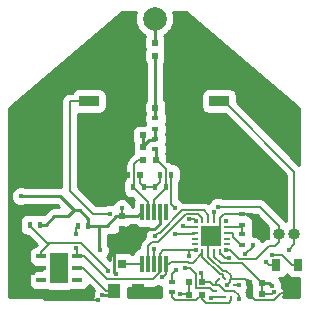
<source format=gtl>
G04 #@! TF.FileFunction,Copper,L1,Top,Signal*
%FSLAX46Y46*%
G04 Gerber Fmt 4.6, Leading zero omitted, Abs format (unit mm)*
G04 Created by KiCad (PCBNEW 4.0.6-e0-6349~52~ubuntu16.10.1) date Thu Nov 30 13:26:54 2017*
%MOMM*%
%LPD*%
G01*
G04 APERTURE LIST*
%ADD10C,0.100000*%
%ADD11C,0.400000*%
%ADD12R,1.700000X0.900000*%
%ADD13R,0.600000X0.500000*%
%ADD14R,0.500000X0.600000*%
%ADD15R,0.800000X0.800000*%
%ADD16R,0.400000X0.600000*%
%ADD17R,1.000000X1.250000*%
%ADD18R,1.000000X1.000000*%
%ADD19O,1.000000X1.000000*%
%ADD20R,0.600000X0.400000*%
%ADD21R,0.275000X0.250000*%
%ADD22R,0.250000X0.275000*%
%ADD23R,0.300000X0.300000*%
%ADD24R,0.250000X0.550000*%
%ADD25R,0.550000X0.250000*%
%ADD26R,1.700000X1.700000*%
%ADD27R,0.300000X1.400000*%
%ADD28R,1.600000X2.500000*%
%ADD29R,0.850000X0.450000*%
%ADD30R,0.800000X1.000000*%
%ADD31C,1.998980*%
%ADD32C,0.152400*%
%ADD33C,0.254000*%
G04 APERTURE END LIST*
D10*
D11*
X173730920Y-142849600D03*
X161239200Y-144114520D03*
X163586160Y-144515840D03*
X163692840Y-143723360D03*
X159151320Y-148920200D03*
X157241240Y-148884640D03*
X155569920Y-149011640D03*
X154421840Y-148945600D03*
X153756360Y-148879560D03*
X152948640Y-148813520D03*
X152933400Y-147924520D03*
X153040080Y-146893280D03*
X152974040Y-145851880D03*
X152974040Y-144973040D03*
X152999440Y-144297400D03*
X153080720Y-143276320D03*
X153141680Y-142402560D03*
X156215080Y-141665960D03*
X155569920Y-141894560D03*
X154721560Y-141919960D03*
X170637200Y-131104640D03*
X159476440Y-131064000D03*
X158384240Y-131282440D03*
X155920440Y-132207000D03*
X156179520Y-133253480D03*
X154792680Y-133065520D03*
X154696160Y-134030720D03*
X153365200Y-134071360D03*
X152953720Y-133471920D03*
X153497280Y-133009640D03*
X154137360Y-132369560D03*
X154980640Y-131673600D03*
X155788360Y-130886200D03*
X156631640Y-130164840D03*
X174340520Y-133537960D03*
X173918880Y-132003800D03*
X173537880Y-132765800D03*
X175646080Y-133334760D03*
X174518320Y-132669280D03*
X173156880Y-131826000D03*
X172272960Y-131267200D03*
X172272960Y-132643880D03*
X173197520Y-133537960D03*
X173959520Y-134249160D03*
X174858680Y-134112000D03*
X175630840Y-134071360D03*
X176545240Y-134086600D03*
X177073560Y-133649720D03*
X176408080Y-132913120D03*
X175498760Y-132232400D03*
X174706280Y-131526280D03*
X174000160Y-130845560D03*
X173319440Y-130261360D03*
X172613320Y-129702560D03*
X168351200Y-133131560D03*
X168539160Y-132247640D03*
X167777160Y-131485640D03*
X166908480Y-131292600D03*
X167558720Y-130383280D03*
X168407080Y-130601720D03*
X166959280Y-129509520D03*
X167248840Y-128737360D03*
X168351200Y-129468880D03*
X167954960Y-128163320D03*
X167259000Y-127589280D03*
X167711120Y-126679960D03*
X168158160Y-127345440D03*
X169372280Y-127985520D03*
X170337480Y-127741680D03*
X169641520Y-127238760D03*
X168772840Y-126542800D03*
X167980360Y-125821440D03*
X161681160Y-134030720D03*
X161406840Y-133197600D03*
X161437320Y-132354320D03*
X162209480Y-133156960D03*
X162387280Y-133868160D03*
X163271200Y-133852920D03*
X163068000Y-133024880D03*
X162443160Y-132344160D03*
X163382960Y-132135880D03*
X163245800Y-131363720D03*
X162412680Y-131363720D03*
X161284920Y-131541520D03*
X161218880Y-130901440D03*
X162199320Y-130449320D03*
X163230560Y-130464560D03*
X162864800Y-129509520D03*
X161544000Y-129606040D03*
X162509200Y-128625600D03*
X163520120Y-128651000D03*
X162199320Y-126583440D03*
X161665920Y-127005080D03*
X160604200Y-127045720D03*
X161381440Y-126420880D03*
X162199320Y-125775720D03*
X162509200Y-127563880D03*
X161447480Y-127929640D03*
X160644840Y-127929640D03*
X159476440Y-127848360D03*
X169621200Y-136631680D03*
X169636440Y-135122920D03*
X168529000Y-135178800D03*
X168539160Y-136418320D03*
X168422320Y-137855960D03*
X168163240Y-138912600D03*
X169204640Y-138673840D03*
X169763440Y-138008360D03*
X170347640Y-137307320D03*
X171023280Y-135859520D03*
X171368720Y-137759440D03*
X172283120Y-137083800D03*
X171383960Y-139125960D03*
X172750480Y-138485880D03*
X172689520Y-139639040D03*
X169956480Y-139329160D03*
X168386760Y-140040360D03*
X169931080Y-140395960D03*
X170408600Y-140340080D03*
X171226480Y-140421360D03*
X172085000Y-140614400D03*
X173126400Y-140670280D03*
X175193960Y-141361160D03*
X176062640Y-142123160D03*
X175849280Y-141493240D03*
X174198280Y-140431520D03*
X173959520Y-139435840D03*
X173995080Y-138318240D03*
X173629320Y-137058400D03*
X172227240Y-135559800D03*
X171724320Y-134894320D03*
X170632120Y-134172960D03*
X169529760Y-134051040D03*
X168087040Y-134147560D03*
X167162480Y-134787640D03*
X161076640Y-139954000D03*
X160741360Y-139034520D03*
X160167320Y-138272520D03*
X160065720Y-137464800D03*
X161076640Y-137363200D03*
X160751520Y-136337040D03*
X159903160Y-136164320D03*
X159852360Y-135361680D03*
X160934400Y-135188960D03*
X160990280Y-134091680D03*
X159679640Y-134193280D03*
X159070040Y-134686040D03*
X158907480Y-136210040D03*
X158897320Y-137175240D03*
X158897320Y-138247120D03*
X159938720Y-140685520D03*
X158983680Y-139745720D03*
X159506920Y-139440920D03*
X160045400Y-139994640D03*
X160599120Y-140721080D03*
X156306520Y-134228840D03*
X156616400Y-134874000D03*
X156667200Y-136296400D03*
X156596080Y-137485120D03*
X155900120Y-139186920D03*
X156438600Y-139578080D03*
X162560000Y-134589520D03*
X162219640Y-134995920D03*
X162209480Y-135427720D03*
X162214560Y-135859520D03*
X162173920Y-136342120D03*
X162549840Y-136662160D03*
X167340280Y-125547120D03*
X167223440Y-126070360D03*
X167055800Y-126593600D03*
X166811960Y-127005080D03*
X162722560Y-125476000D03*
X162803840Y-126060200D03*
X162981640Y-126583440D03*
X163261040Y-127025400D03*
X163647120Y-127386080D03*
X166441120Y-127330200D03*
X163245800Y-125430280D03*
X163296600Y-125958600D03*
X163413440Y-126441200D03*
X163733480Y-126913640D03*
X166801800Y-125603000D03*
X166771320Y-126105920D03*
X166613840Y-126517400D03*
X166349680Y-126888240D03*
X169768520Y-140898880D03*
X169387520Y-141107160D03*
X168889680Y-141112240D03*
X168376600Y-141102080D03*
X167838120Y-141051280D03*
X167365680Y-140782040D03*
X167340280Y-140329920D03*
X167380920Y-139877800D03*
X167411400Y-139461240D03*
X167426640Y-138988800D03*
X167396160Y-138511280D03*
X167360600Y-138033760D03*
X167345360Y-137591800D03*
X167248840Y-136992360D03*
X166791640Y-136682480D03*
X166309040Y-136758680D03*
X166232840Y-136286240D03*
X166187120Y-135895080D03*
X166171880Y-135376920D03*
X166217600Y-134838440D03*
X166329360Y-134335520D03*
X166817040Y-134269480D03*
X167203120Y-133939280D03*
X167386000Y-133456680D03*
X167289480Y-132963920D03*
X167152320Y-132506720D03*
X166720520Y-132257800D03*
X166222680Y-132349240D03*
X166217600Y-131881880D03*
X166222680Y-131434840D03*
X166217600Y-130967480D03*
X166055040Y-130484880D03*
X166049960Y-130017520D03*
X166055040Y-129570480D03*
X166049960Y-129103120D03*
X165999160Y-128620520D03*
X165994080Y-128153160D03*
X165999160Y-127706120D03*
X165994080Y-127238760D03*
X164119560Y-128569720D03*
X164114480Y-128102360D03*
X164119560Y-127655320D03*
X164114480Y-127187960D03*
X164084000Y-130408680D03*
X164078920Y-129941320D03*
X164084000Y-129494280D03*
X164078920Y-129026920D03*
X164023040Y-132283200D03*
X164017960Y-131815840D03*
X164023040Y-131368800D03*
X164017960Y-130901440D03*
X164002720Y-133207760D03*
X163997640Y-132740400D03*
X163997640Y-133654800D03*
X164002720Y-134122160D03*
X163794440Y-134553960D03*
X163332160Y-134589520D03*
X162976560Y-134874000D03*
X161970720Y-137779760D03*
X162443160Y-137967720D03*
X163017200Y-136306560D03*
X163052760Y-136763760D03*
X162976560Y-137215880D03*
X162605720Y-137505440D03*
X161782760Y-138242040D03*
X161599880Y-138744960D03*
X161620200Y-139263120D03*
X161813240Y-139740640D03*
X162356800Y-140202920D03*
X161853880Y-140218160D03*
X161869120Y-140771880D03*
D12*
X170500000Y-132700000D03*
X170500000Y-129300000D03*
D13*
X169100500Y-148018500D03*
X168000500Y-148018500D03*
X168000500Y-149098000D03*
X169100500Y-149098000D03*
X174137500Y-149034500D03*
X173037500Y-149034500D03*
X174159000Y-148082000D03*
X173059000Y-148082000D03*
D14*
X162306000Y-143573500D03*
X162306000Y-142473500D03*
X165064440Y-128889760D03*
X165064440Y-127789760D03*
D15*
X162306000Y-144907200D03*
X162306000Y-146507200D03*
D16*
X155384500Y-143192500D03*
X154484500Y-143192500D03*
X159448500Y-143256000D03*
X158548500Y-143256000D03*
D17*
X163623500Y-148780500D03*
X161623500Y-148780500D03*
D18*
X174345600Y-143967200D03*
D19*
X175615600Y-143967200D03*
X176885600Y-143967200D03*
D20*
X166497000Y-148913000D03*
X166497000Y-148013000D03*
X172466000Y-144007000D03*
X172466000Y-144907000D03*
X172466000Y-143192500D03*
X172466000Y-142292500D03*
D21*
X171768000Y-148776500D03*
X171768000Y-148276500D03*
D22*
X171505500Y-147751500D03*
X171005500Y-147751500D03*
X170505500Y-147751500D03*
D21*
X170243000Y-148276500D03*
X170243000Y-148776500D03*
D22*
X170505500Y-149301500D03*
X171005500Y-149301500D03*
X171505500Y-149301500D03*
D23*
X168585500Y-145363000D03*
D24*
X169100500Y-145448000D03*
X169600500Y-145448000D03*
X170100500Y-145448000D03*
X170600500Y-145448000D03*
D23*
X171115500Y-145363000D03*
D25*
X171200500Y-144348000D03*
X171200500Y-144848000D03*
X171200500Y-143848000D03*
X171200500Y-143348000D03*
D23*
X168585500Y-142833000D03*
D24*
X170600500Y-142748000D03*
X170100500Y-142748000D03*
X169600500Y-142748000D03*
X169100500Y-142748000D03*
D23*
X171115500Y-142833000D03*
D25*
X168500500Y-143348000D03*
X168500500Y-143848000D03*
X168500500Y-144348000D03*
X168500500Y-144848000D03*
D26*
X169850500Y-144098000D03*
D27*
X165973000Y-142094500D03*
X165473000Y-142094500D03*
X164973000Y-142094500D03*
X164473000Y-142094500D03*
X163973000Y-142094500D03*
X163973000Y-146494500D03*
X164473000Y-146494500D03*
X164973000Y-146494500D03*
X165473000Y-146494500D03*
X165973000Y-146494500D03*
D28*
X156948000Y-146859500D03*
D29*
X155448000Y-145859500D03*
X155448000Y-146859500D03*
X155448000Y-147859500D03*
X158448000Y-147859500D03*
X158448000Y-146859500D03*
X158448000Y-145859500D03*
D30*
X176276000Y-148964500D03*
X177226000Y-146564500D03*
X175326000Y-146564500D03*
D13*
X165098640Y-133271260D03*
X166198640Y-133271260D03*
X164065040Y-135620760D03*
X162965040Y-135620760D03*
X166278560Y-137728960D03*
X165178560Y-137728960D03*
D14*
X164073840Y-136594760D03*
X164073840Y-137694760D03*
D13*
X163836440Y-138993880D03*
X162736440Y-138993880D03*
D31*
X165049200Y-125730000D03*
D20*
X165115240Y-135072960D03*
X165115240Y-134172960D03*
X165115240Y-136807360D03*
X165115240Y-135907360D03*
D16*
X165997040Y-139989560D03*
X165097040Y-139989560D03*
X164145800Y-139984480D03*
X163245800Y-139984480D03*
X166433920Y-138943080D03*
X165533920Y-138943080D03*
D12*
X159486600Y-132700000D03*
X159486600Y-129300000D03*
D11*
X162377120Y-140766800D03*
X175016160Y-148341080D03*
X162260280Y-141777720D03*
X166786560Y-141767560D03*
X153695400Y-140766800D03*
X172161200Y-149504400D03*
X175158400Y-148894800D03*
X160629600Y-149098000D03*
X169011600Y-147269200D03*
X160629600Y-149098000D03*
X160426400Y-145338800D03*
X162062160Y-138963400D03*
X162867058Y-148720179D03*
X160274000Y-149555200D03*
X161747200Y-147370800D03*
X164642800Y-148844000D03*
X171196000Y-148272500D03*
X167195500Y-149034500D03*
X169862500Y-149352000D03*
X165707278Y-147616703D03*
X161109010Y-147066000D03*
X172160225Y-148276500D03*
X167989088Y-145819427D03*
X158432500Y-143954500D03*
X158432500Y-145161000D03*
X165035723Y-145209616D03*
X165060709Y-144152405D03*
X161239200Y-142240000D03*
X170408600Y-141655800D03*
X171348400Y-145999200D03*
X172720000Y-145694400D03*
X173380400Y-144932400D03*
X176428400Y-145288000D03*
X166878000Y-147002500D03*
X166814500Y-143954500D03*
X167617426Y-146863316D03*
X167449500Y-143319390D03*
X174966386Y-145708030D03*
X170053000Y-142084410D03*
X167957500Y-142684500D03*
X174498000Y-146367500D03*
D32*
X169552900Y-148018500D02*
X169100500Y-148018500D01*
X169695100Y-148018500D02*
X169552900Y-148018500D01*
X169953100Y-148276500D02*
X169695100Y-148018500D01*
X170243000Y-148276500D02*
X169953100Y-148276500D01*
D33*
X162306000Y-142473500D02*
X161802000Y-142473500D01*
X161802000Y-142473500D02*
X161019500Y-143256000D01*
X161019500Y-143256000D02*
X160375600Y-143256000D01*
X159448500Y-143256000D02*
X159448500Y-142702000D01*
X159448500Y-142702000D02*
X158717260Y-141970760D01*
X158717260Y-141970760D02*
X158263260Y-141970760D01*
X157059300Y-140766800D02*
X158263260Y-141970760D01*
X156547160Y-142483840D02*
X157750180Y-142483840D01*
X157750180Y-142483840D02*
X158263260Y-141970760D01*
X155384500Y-143192500D02*
X155838500Y-143192500D01*
X155838500Y-143192500D02*
X156547160Y-142483840D01*
X174159000Y-148082000D02*
X174757080Y-148082000D01*
X174757080Y-148082000D02*
X175016160Y-148341080D01*
D32*
X162260280Y-141777720D02*
X162260280Y-142427780D01*
X162260280Y-142427780D02*
X162306000Y-142473500D01*
X166433920Y-138943080D02*
X166433920Y-141414920D01*
X166433920Y-141414920D02*
X166786560Y-141767560D01*
D33*
X153695400Y-140766800D02*
X157059300Y-140766800D01*
X159448500Y-143156000D02*
X159448500Y-143256000D01*
D32*
X172161200Y-149504400D02*
X172161200Y-149169700D01*
X172161200Y-149169700D02*
X171768000Y-148776500D01*
X174137500Y-149034500D02*
X175018700Y-149034500D01*
X175018700Y-149034500D02*
X175158400Y-148894800D01*
X169100500Y-148018500D02*
X169100500Y-147358100D01*
X169100500Y-147358100D02*
X169011600Y-147269200D01*
D33*
X160629600Y-149098000D02*
X161306000Y-149098000D01*
X161306000Y-149098000D02*
X161623500Y-148780500D01*
X159448500Y-143256000D02*
X160375600Y-143256000D01*
X160375600Y-143256000D02*
X160375600Y-145288000D01*
X160375600Y-145288000D02*
X160426400Y-145338800D01*
X162306000Y-142473500D02*
X163594000Y-142473500D01*
X163594000Y-142473500D02*
X163973000Y-142094500D01*
X162306000Y-142523500D02*
X162306000Y-142473500D01*
D32*
X155384500Y-143192500D02*
X155736900Y-143192500D01*
X158448000Y-146859500D02*
X159025400Y-146859500D01*
X159025400Y-146859500D02*
X160946400Y-148780500D01*
X160946400Y-148780500D02*
X160971100Y-148780500D01*
X160971100Y-148780500D02*
X161623500Y-148780500D01*
X170243000Y-148276500D02*
X170532900Y-148276500D01*
X170532900Y-148276500D02*
X171032900Y-148776500D01*
X171032900Y-148776500D02*
X171478100Y-148776500D01*
X171478100Y-148776500D02*
X171768000Y-148776500D01*
X170243000Y-148276500D02*
X170243000Y-148014000D01*
X170243000Y-148014000D02*
X170505500Y-147751500D01*
D33*
X169150500Y-148018500D02*
X169100500Y-148018500D01*
D32*
X172454813Y-146427813D02*
X174109000Y-148082000D01*
X170100500Y-145875400D02*
X170652913Y-146427813D01*
X170652913Y-146427813D02*
X172454813Y-146427813D01*
X170100500Y-145448000D02*
X170100500Y-145875400D01*
X174109000Y-148082000D02*
X174159000Y-148082000D01*
X174159000Y-148082000D02*
X174159000Y-149013000D01*
X174159000Y-149013000D02*
X174137500Y-149034500D01*
X162736440Y-138993880D02*
X162092640Y-138993880D01*
X162092640Y-138993880D02*
X162062160Y-138963400D01*
X170742600Y-129057400D02*
X170500000Y-129300000D01*
X174345600Y-143967200D02*
X174345600Y-143314800D01*
X174345600Y-143314800D02*
X173323300Y-142292500D01*
X173323300Y-142292500D02*
X172918400Y-142292500D01*
X172918400Y-142292500D02*
X172466000Y-142292500D01*
D33*
X162867058Y-148778058D02*
X162867058Y-148720179D01*
X162869500Y-148780500D02*
X162867058Y-148778058D01*
X163623500Y-148780500D02*
X162869500Y-148780500D01*
D32*
X154533600Y-148336000D02*
X155752800Y-149555200D01*
X155752800Y-149555200D02*
X160274000Y-149555200D01*
X154533600Y-148006582D02*
X154533600Y-148336000D01*
X154533600Y-147320000D02*
X154533600Y-148006582D01*
X154540499Y-147313101D02*
X154533600Y-147320000D01*
X154838300Y-147269200D02*
X154794399Y-147313101D01*
X154794399Y-147313101D02*
X154540499Y-147313101D01*
X155448000Y-146859500D02*
X155248000Y-146859500D01*
X155248000Y-146859500D02*
X154838300Y-147269200D01*
D33*
X161626599Y-147250199D02*
X161747200Y-147370800D01*
X161626599Y-144932601D02*
X161626599Y-147250199D01*
X162306000Y-144907200D02*
X161652000Y-144907200D01*
X161652000Y-144907200D02*
X161626599Y-144932601D01*
X163623500Y-148780500D02*
X164579300Y-148780500D01*
X164579300Y-148780500D02*
X164642800Y-148844000D01*
D32*
X170600500Y-142748000D02*
X170600500Y-142598000D01*
X170600500Y-142598000D02*
X170906000Y-142292500D01*
X170906000Y-142292500D02*
X172013600Y-142292500D01*
X172013600Y-142292500D02*
X172466000Y-142292500D01*
X169850500Y-144098000D02*
X169600500Y-144348000D01*
X169600500Y-144348000D02*
X169600500Y-145448000D01*
X169850500Y-144098000D02*
X170600500Y-143348000D01*
X170600500Y-143348000D02*
X170600500Y-142748000D01*
D33*
X165036500Y-143573500D02*
X165473000Y-143137000D01*
X165473000Y-143137000D02*
X165473000Y-142094500D01*
X162306000Y-143573500D02*
X165036500Y-143573500D01*
X162306000Y-144907200D02*
X162306000Y-143573500D01*
D32*
X171124488Y-147080588D02*
X171505500Y-147461600D01*
X171505500Y-147461600D02*
X171505500Y-147751500D01*
X169600500Y-145875400D02*
X170805688Y-147080588D01*
X170805688Y-147080588D02*
X171124488Y-147080588D01*
X169600500Y-145448000D02*
X169600500Y-145875400D01*
X171505500Y-147751500D02*
X171401899Y-147855101D01*
X171401899Y-147855101D02*
X171401899Y-148066601D01*
X171401899Y-148066601D02*
X171196000Y-148272500D01*
X168000500Y-149098000D02*
X168000500Y-148018500D01*
X167195500Y-149034500D02*
X167937000Y-149034500D01*
X167937000Y-149034500D02*
X168000500Y-149098000D01*
X170505500Y-149301500D02*
X169913000Y-149301500D01*
X169913000Y-149301500D02*
X169862500Y-149352000D01*
X171005500Y-149301500D02*
X170505500Y-149301500D01*
X173037500Y-149034500D02*
X173087500Y-149034500D01*
X173087500Y-149034500D02*
X173566101Y-149513101D01*
X173566101Y-149513101D02*
X175174999Y-149513101D01*
X175174999Y-149513101D02*
X175723600Y-148964500D01*
X175723600Y-148964500D02*
X176276000Y-148964500D01*
X173059000Y-148082000D02*
X173009000Y-148082000D01*
X172678500Y-147751500D02*
X171782900Y-147751500D01*
X173009000Y-148082000D02*
X172678500Y-147751500D01*
X171782900Y-147751500D02*
X171505500Y-147751500D01*
X173059000Y-148082000D02*
X173059000Y-149013000D01*
X173059000Y-149013000D02*
X173037500Y-149034500D01*
X163286440Y-139989560D02*
X163286440Y-140089560D01*
X164473000Y-141276120D02*
X164473000Y-142094500D01*
X163286440Y-140089560D02*
X164473000Y-141276120D01*
X163286440Y-139989560D02*
X163286440Y-138079760D01*
X163286440Y-138079760D02*
X163671440Y-137694760D01*
X163671440Y-137694760D02*
X164073840Y-137694760D01*
D33*
X165178560Y-137728960D02*
X165178560Y-136870680D01*
X165178560Y-136870680D02*
X165115240Y-136807360D01*
D32*
X165997040Y-139989560D02*
X165997040Y-140089560D01*
X165997040Y-140089560D02*
X164973000Y-141113600D01*
X164973000Y-141113600D02*
X164973000Y-141242100D01*
X164973000Y-141242100D02*
X164973000Y-142094500D01*
X165997040Y-139989560D02*
X165997040Y-138497440D01*
X165997040Y-138497440D02*
X165228560Y-137728960D01*
X165228560Y-137728960D02*
X165178560Y-137728960D01*
D33*
X165139840Y-137728960D02*
X165089840Y-137728960D01*
D32*
X162306000Y-146507200D02*
X163960300Y-146507200D01*
X163960300Y-146507200D02*
X163973000Y-146494500D01*
X165907277Y-147416704D02*
X165707278Y-147616703D01*
X165973000Y-146494500D02*
X165973000Y-147350981D01*
X165973000Y-147350981D02*
X165907277Y-147416704D01*
X158775408Y-144732398D02*
X160909011Y-146866001D01*
X160909011Y-146866001D02*
X161109010Y-147066000D01*
X156197702Y-144732398D02*
X158775408Y-144732398D01*
X154484500Y-143192500D02*
X154484500Y-143292500D01*
X154484500Y-143292500D02*
X155924398Y-144732398D01*
X155924398Y-144732398D02*
X156197702Y-144732398D01*
X155448000Y-145482100D02*
X156197702Y-144732398D01*
X155448000Y-145859500D02*
X155448000Y-145482100D01*
X170813381Y-147385399D02*
X170610499Y-147385399D01*
X169100500Y-145875400D02*
X169100500Y-145448000D01*
X170610499Y-147385399D02*
X169100500Y-145875400D01*
X170859101Y-147605101D02*
X170859101Y-147431119D01*
X170859101Y-147431119D02*
X170813381Y-147385399D01*
X171005500Y-147751500D02*
X170859101Y-147605101D01*
X166435186Y-146334714D02*
X167871156Y-146334714D01*
X169100500Y-145598000D02*
X169100500Y-145448000D01*
X165973000Y-146494500D02*
X166275400Y-146494500D01*
X168284580Y-146413920D02*
X169100500Y-145598000D01*
X167950362Y-146413920D02*
X168284580Y-146413920D01*
X167871156Y-146334714D02*
X167950362Y-146413920D01*
X166275400Y-146494500D02*
X166435186Y-146334714D01*
X165473000Y-147225136D02*
X165473000Y-146494500D01*
X164898734Y-147799402D02*
X165473000Y-147225136D01*
X161008070Y-147799402D02*
X164898734Y-147799402D01*
X159068168Y-145859500D02*
X161008070Y-147799402D01*
X158448000Y-145859500D02*
X159068168Y-145859500D01*
X158432500Y-143954500D02*
X158432500Y-143372000D01*
X158432500Y-143372000D02*
X158548500Y-143256000D01*
X158448000Y-145859500D02*
X158448000Y-145176500D01*
X158448000Y-145176500D02*
X158432500Y-145161000D01*
X172160225Y-148276500D02*
X172163835Y-148280110D01*
X171768000Y-148276500D02*
X172160225Y-148276500D01*
X165752100Y-145363000D02*
X167957500Y-145363000D01*
X165473000Y-146494500D02*
X165473000Y-145642100D01*
X165473000Y-145642100D02*
X165752100Y-145363000D01*
X167989088Y-145395163D02*
X167989088Y-145819427D01*
X167989088Y-145394588D02*
X167989088Y-145395163D01*
X167957500Y-145363000D02*
X167989088Y-145394588D01*
X167957500Y-145363000D02*
X168283100Y-145363000D01*
X168283100Y-145363000D02*
X168585500Y-145363000D01*
X169100500Y-142598000D02*
X168758399Y-142255899D01*
X168758399Y-142255899D02*
X167739545Y-142255899D01*
X167739545Y-142255899D02*
X165314438Y-144681006D01*
X169100500Y-142748000D02*
X169100500Y-142598000D01*
X164806980Y-144681006D02*
X164473000Y-145014986D01*
X165314438Y-144681006D02*
X164806980Y-144681006D01*
X164473000Y-145642100D02*
X164473000Y-146494500D01*
X164473000Y-145014986D02*
X164473000Y-145642100D01*
X164973000Y-146494500D02*
X164973000Y-145272339D01*
X164973000Y-145272339D02*
X165035723Y-145209616D01*
X169230988Y-141951088D02*
X167377894Y-141951088D01*
X165360708Y-143852406D02*
X165060709Y-144152405D01*
X167377894Y-141951088D02*
X165476576Y-143852406D01*
X165476576Y-143852406D02*
X165360708Y-143852406D01*
X169600500Y-142748000D02*
X169600500Y-142320600D01*
X169600500Y-142320600D02*
X169230988Y-141951088D01*
X169100500Y-149500400D02*
X169100500Y-149098000D01*
X169050500Y-149098000D02*
X169100500Y-149098000D01*
X168571899Y-149576601D02*
X169050500Y-149098000D01*
X166808201Y-149576601D02*
X168571899Y-149576601D01*
X166497000Y-149265400D02*
X166808201Y-149576601D01*
X166497000Y-148913000D02*
X166497000Y-149265400D01*
X169380702Y-149780602D02*
X169100500Y-149500400D01*
X171316298Y-149780602D02*
X169380702Y-149780602D01*
X171505500Y-149591400D02*
X171316298Y-149780602D01*
X171505500Y-149301500D02*
X171505500Y-149591400D01*
X175270160Y-145019746D02*
X174704536Y-145019746D01*
X174704536Y-145019746D02*
X173601280Y-146123002D01*
X175615600Y-143967200D02*
X175615600Y-144674306D01*
X175615600Y-144674306D02*
X175270160Y-145019746D01*
X157846000Y-132700000D02*
X157846000Y-140294600D01*
X157846000Y-140294600D02*
X159791400Y-142240000D01*
X159791400Y-142240000D02*
X161239200Y-142240000D01*
X170408600Y-141655800D02*
X174011306Y-141655800D01*
X174011306Y-141655800D02*
X175615600Y-143260094D01*
X175615600Y-143260094D02*
X175615600Y-143967200D01*
X159500000Y-132700000D02*
X157846000Y-132700000D01*
X171417900Y-145363000D02*
X171115500Y-145363000D01*
X173601280Y-146123002D02*
X172177902Y-146123002D01*
X172177902Y-146123002D02*
X171417900Y-145363000D01*
X170900000Y-132700000D02*
X170500000Y-132700000D01*
X176885600Y-138685600D02*
X170900000Y-132700000D01*
X176885600Y-143967200D02*
X176885600Y-138685600D01*
X171348400Y-145999200D02*
X171001700Y-145999200D01*
X171001700Y-145999200D02*
X170600500Y-145598000D01*
X170600500Y-145598000D02*
X170600500Y-145448000D01*
X173380400Y-144932400D02*
X173380400Y-145034000D01*
X173380400Y-145034000D02*
X172720000Y-145694400D01*
X176885600Y-143967200D02*
X176885600Y-144830800D01*
X176885600Y-144830800D02*
X176428400Y-145288000D01*
X166814500Y-143954500D02*
X168394000Y-143954500D01*
X168394000Y-143954500D02*
X168500500Y-143848000D01*
X166497000Y-147383500D02*
X166878000Y-147002500D01*
X166497000Y-148013000D02*
X166497000Y-147383500D01*
X172466000Y-143192500D02*
X172310500Y-143348000D01*
X172310500Y-143348000D02*
X171200500Y-143348000D01*
X172466000Y-144007000D02*
X172466000Y-143192500D01*
X172466000Y-144907000D02*
X172366000Y-144907000D01*
X171704101Y-143924201D02*
X171627900Y-143848000D01*
X172366000Y-144907000D02*
X171704101Y-144245101D01*
X171704101Y-144245101D02*
X171704101Y-143924201D01*
X171627900Y-143848000D02*
X171200500Y-143848000D01*
X168554400Y-148559520D02*
X168529101Y-148534221D01*
X168529101Y-148534221D02*
X168529101Y-147350727D01*
X169736120Y-148559520D02*
X168554400Y-148559520D01*
X170243000Y-148776500D02*
X169953100Y-148776500D01*
X169953100Y-148776500D02*
X169736120Y-148559520D01*
X168041690Y-146863316D02*
X167617426Y-146863316D01*
X168529101Y-147350727D02*
X168041690Y-146863316D01*
X167478110Y-143348000D02*
X167449500Y-143319390D01*
X168500500Y-143348000D02*
X167478110Y-143348000D01*
X175249228Y-145708030D02*
X174966386Y-145708030D01*
X175817130Y-145708030D02*
X175249228Y-145708030D01*
X176673600Y-146564500D02*
X175817130Y-145708030D01*
X177226000Y-146564500D02*
X176673600Y-146564500D01*
X170100500Y-142131910D02*
X170053000Y-142084410D01*
X170100500Y-142748000D02*
X170100500Y-142131910D01*
X167957500Y-142684500D02*
X168437000Y-142684500D01*
X168437000Y-142684500D02*
X168585500Y-142833000D01*
X175326000Y-146564500D02*
X174695000Y-146564500D01*
X174695000Y-146564500D02*
X174498000Y-146367500D01*
D33*
X165064440Y-128889760D02*
X165064440Y-133237060D01*
X165064440Y-133237060D02*
X165098640Y-133271260D01*
X165115240Y-134172960D02*
X165115240Y-133287860D01*
X165115240Y-133287860D02*
X165098640Y-133271260D01*
X165049200Y-125730000D02*
X165049200Y-127774520D01*
X165049200Y-127774520D02*
X165064440Y-127789760D01*
X165064440Y-125745240D02*
X165049200Y-125730000D01*
X164571120Y-136047480D02*
X164975120Y-136047480D01*
X164975120Y-136047480D02*
X165115240Y-135907360D01*
X164073840Y-136594760D02*
X164073840Y-136544760D01*
X164073840Y-136544760D02*
X164571120Y-136047480D01*
X165115240Y-135907360D02*
X165115240Y-135072960D01*
X164073840Y-136594760D02*
X164073840Y-135629560D01*
X164073840Y-135629560D02*
X164065040Y-135620760D01*
D32*
X164186440Y-139989560D02*
X165097040Y-139989560D01*
X163836440Y-138993880D02*
X163836440Y-139639560D01*
X163836440Y-139639560D02*
X164186440Y-139989560D01*
X165533920Y-138943080D02*
X165533920Y-139552680D01*
X165533920Y-139552680D02*
X165097040Y-139989560D01*
D33*
X164205920Y-139970080D02*
X164186440Y-139989560D01*
X165097040Y-139989560D02*
X165097040Y-140022160D01*
G36*
X165540457Y-148451558D02*
X165595955Y-148451606D01*
X165601342Y-148459979D01*
X165600569Y-148461110D01*
X165549560Y-148713000D01*
X165549560Y-149113000D01*
X165582865Y-149290000D01*
X162770940Y-149290000D01*
X162770940Y-148510602D01*
X164898734Y-148510602D01*
X165170899Y-148456465D01*
X165317067Y-148358798D01*
X165540457Y-148451558D01*
X165540457Y-148451558D01*
G37*
X165540457Y-148451558D02*
X165595955Y-148451606D01*
X165601342Y-148459979D01*
X165600569Y-148461110D01*
X165549560Y-148713000D01*
X165549560Y-149113000D01*
X165582865Y-149290000D01*
X162770940Y-149290000D01*
X162770940Y-148510602D01*
X164898734Y-148510602D01*
X165170899Y-148456465D01*
X165317067Y-148358798D01*
X165540457Y-148451558D01*
G36*
X173211560Y-148190349D02*
X173211560Y-148332000D01*
X173247529Y-148523156D01*
X173241069Y-148532610D01*
X173190060Y-148784500D01*
X173190060Y-149284500D01*
X173191095Y-149290000D01*
X172976083Y-149290000D01*
X172869492Y-149032028D01*
X172838924Y-149001407D01*
X172818263Y-148897535D01*
X172778948Y-148838696D01*
X172867691Y-148750107D01*
X172995080Y-148443321D01*
X172995370Y-148111137D01*
X172898920Y-147877708D01*
X173211560Y-148190349D01*
X173211560Y-148190349D01*
G37*
X173211560Y-148190349D02*
X173211560Y-148332000D01*
X173247529Y-148523156D01*
X173241069Y-148532610D01*
X173190060Y-148784500D01*
X173190060Y-149284500D01*
X173191095Y-149290000D01*
X172976083Y-149290000D01*
X172869492Y-149032028D01*
X172838924Y-149001407D01*
X172818263Y-148897535D01*
X172778948Y-148838696D01*
X172867691Y-148750107D01*
X172995080Y-148443321D01*
X172995370Y-148111137D01*
X172898920Y-147877708D01*
X173211560Y-148190349D01*
G36*
X176361910Y-147515941D02*
X176574110Y-147660931D01*
X176826000Y-147711940D01*
X177290000Y-147711940D01*
X177290000Y-149290000D01*
X175898424Y-149290000D01*
X175993255Y-149061621D01*
X175993545Y-148729437D01*
X175866692Y-148422428D01*
X175851103Y-148406812D01*
X175851305Y-148175717D01*
X175724452Y-147868708D01*
X175567957Y-147711940D01*
X175726000Y-147711940D01*
X175961317Y-147667662D01*
X176177441Y-147528590D01*
X176276633Y-147383417D01*
X176361910Y-147515941D01*
X176361910Y-147515941D01*
G37*
X176361910Y-147515941D02*
X176574110Y-147660931D01*
X176826000Y-147711940D01*
X177290000Y-147711940D01*
X177290000Y-149290000D01*
X175898424Y-149290000D01*
X175993255Y-149061621D01*
X175993545Y-148729437D01*
X175866692Y-148422428D01*
X175851103Y-148406812D01*
X175851305Y-148175717D01*
X175724452Y-147868708D01*
X175567957Y-147711940D01*
X175726000Y-147711940D01*
X175961317Y-147667662D01*
X176177441Y-147528590D01*
X176276633Y-147383417D01*
X176361910Y-147515941D01*
G36*
X163414994Y-125403453D02*
X163414426Y-126053694D01*
X163662738Y-126654655D01*
X164122127Y-127114846D01*
X164262298Y-127173050D01*
X164218009Y-127237870D01*
X164167000Y-127489760D01*
X164167000Y-128089760D01*
X164211278Y-128325077D01*
X164218782Y-128336739D01*
X164218009Y-128337870D01*
X164167000Y-128589760D01*
X164167000Y-129189760D01*
X164211278Y-129425077D01*
X164302440Y-129566747D01*
X164302440Y-132622677D01*
X164202209Y-132769370D01*
X164151200Y-133021260D01*
X164151200Y-133521260D01*
X164195478Y-133756577D01*
X164207755Y-133775656D01*
X164167800Y-133972960D01*
X164167800Y-134372960D01*
X164212078Y-134608277D01*
X164219582Y-134619939D01*
X164218809Y-134621070D01*
X164198103Y-134723320D01*
X163765040Y-134723320D01*
X163529723Y-134767598D01*
X163313599Y-134906670D01*
X163168609Y-135118870D01*
X163117600Y-135370760D01*
X163117600Y-135870760D01*
X163161878Y-136106077D01*
X163201987Y-136168408D01*
X163176400Y-136294760D01*
X163176400Y-136894760D01*
X163220678Y-137130077D01*
X163228182Y-137141739D01*
X163227409Y-137142870D01*
X163225146Y-137154047D01*
X163168546Y-137191866D01*
X162783546Y-137576866D01*
X162629377Y-137807595D01*
X162587015Y-138020565D01*
X162575240Y-138079760D01*
X162575240Y-139248372D01*
X162449369Y-139432590D01*
X162398360Y-139684480D01*
X162398360Y-140284480D01*
X162442638Y-140519797D01*
X162581710Y-140735921D01*
X162793910Y-140880911D01*
X163045800Y-140931920D01*
X163123012Y-140931920D01*
X163270056Y-141078965D01*
X163226569Y-141142610D01*
X163175560Y-141394500D01*
X163175560Y-141711500D01*
X163095338Y-141711500D01*
X163095425Y-141612357D01*
X162968572Y-141305348D01*
X162733887Y-141070254D01*
X162427101Y-140942865D01*
X162094917Y-140942575D01*
X161787908Y-141069428D01*
X161552814Y-141304113D01*
X161495443Y-141442277D01*
X161406021Y-141405145D01*
X161073837Y-141404855D01*
X160773866Y-141528800D01*
X160085988Y-141528800D01*
X158557200Y-140000012D01*
X158557200Y-133781361D01*
X158636600Y-133797440D01*
X160336600Y-133797440D01*
X160571917Y-133753162D01*
X160788041Y-133614090D01*
X160933031Y-133401890D01*
X160984040Y-133150000D01*
X160984040Y-132250000D01*
X160939762Y-132014683D01*
X160800690Y-131798559D01*
X160588490Y-131653569D01*
X160336600Y-131602560D01*
X158636600Y-131602560D01*
X158401283Y-131646838D01*
X158185159Y-131785910D01*
X158046530Y-131988800D01*
X157846000Y-131988800D01*
X157573836Y-132042937D01*
X157343106Y-132197106D01*
X157188937Y-132427836D01*
X157134800Y-132700000D01*
X157134800Y-140019818D01*
X157059300Y-140004800D01*
X154037675Y-140004800D01*
X153862221Y-139931945D01*
X153530037Y-139931655D01*
X153223028Y-140058508D01*
X152987934Y-140293193D01*
X152860545Y-140599979D01*
X152860255Y-140932163D01*
X152987108Y-141239172D01*
X153221793Y-141474266D01*
X153528579Y-141601655D01*
X153860763Y-141601945D01*
X154037788Y-141528800D01*
X156743670Y-141528800D01*
X156936710Y-141721840D01*
X156547160Y-141721840D01*
X156255556Y-141779843D01*
X156008345Y-141945024D01*
X155687460Y-142265910D01*
X155584500Y-142245060D01*
X155184500Y-142245060D01*
X154949183Y-142289338D01*
X154937521Y-142296842D01*
X154936390Y-142296069D01*
X154684500Y-142245060D01*
X154284500Y-142245060D01*
X154049183Y-142289338D01*
X153833059Y-142428410D01*
X153688069Y-142640610D01*
X153637060Y-142892500D01*
X153637060Y-143492500D01*
X153681338Y-143727817D01*
X153820410Y-143943941D01*
X154032610Y-144088931D01*
X154284500Y-144139940D01*
X154326152Y-144139940D01*
X155055262Y-144869050D01*
X154945106Y-144979206D01*
X154927902Y-145004954D01*
X154787683Y-145031338D01*
X154571559Y-145170410D01*
X154426569Y-145382610D01*
X154375560Y-145634500D01*
X154375560Y-146084500D01*
X154419838Y-146319817D01*
X154558910Y-146535941D01*
X154771110Y-146680931D01*
X155023000Y-146731940D01*
X155500560Y-146731940D01*
X155500560Y-146987060D01*
X155023000Y-146987060D01*
X154787683Y-147031338D01*
X154571559Y-147170410D01*
X154426569Y-147382610D01*
X154375560Y-147634500D01*
X154375560Y-148084500D01*
X154419838Y-148319817D01*
X154558910Y-148535941D01*
X154771110Y-148680931D01*
X155023000Y-148731940D01*
X155873000Y-148731940D01*
X155951555Y-148717159D01*
X156148000Y-148756940D01*
X157748000Y-148756940D01*
X157954541Y-148718077D01*
X158023000Y-148731940D01*
X158873000Y-148731940D01*
X159108317Y-148687662D01*
X159324441Y-148548590D01*
X159469431Y-148336390D01*
X159473990Y-148313878D01*
X159881753Y-148721641D01*
X159794745Y-148931179D01*
X159794455Y-149263363D01*
X159805461Y-149290000D01*
X152710000Y-149290000D01*
X152710000Y-133328333D01*
X162260980Y-125210000D01*
X163495323Y-125210000D01*
X163414994Y-125403453D01*
X163414994Y-125403453D01*
G37*
X163414994Y-125403453D02*
X163414426Y-126053694D01*
X163662738Y-126654655D01*
X164122127Y-127114846D01*
X164262298Y-127173050D01*
X164218009Y-127237870D01*
X164167000Y-127489760D01*
X164167000Y-128089760D01*
X164211278Y-128325077D01*
X164218782Y-128336739D01*
X164218009Y-128337870D01*
X164167000Y-128589760D01*
X164167000Y-129189760D01*
X164211278Y-129425077D01*
X164302440Y-129566747D01*
X164302440Y-132622677D01*
X164202209Y-132769370D01*
X164151200Y-133021260D01*
X164151200Y-133521260D01*
X164195478Y-133756577D01*
X164207755Y-133775656D01*
X164167800Y-133972960D01*
X164167800Y-134372960D01*
X164212078Y-134608277D01*
X164219582Y-134619939D01*
X164218809Y-134621070D01*
X164198103Y-134723320D01*
X163765040Y-134723320D01*
X163529723Y-134767598D01*
X163313599Y-134906670D01*
X163168609Y-135118870D01*
X163117600Y-135370760D01*
X163117600Y-135870760D01*
X163161878Y-136106077D01*
X163201987Y-136168408D01*
X163176400Y-136294760D01*
X163176400Y-136894760D01*
X163220678Y-137130077D01*
X163228182Y-137141739D01*
X163227409Y-137142870D01*
X163225146Y-137154047D01*
X163168546Y-137191866D01*
X162783546Y-137576866D01*
X162629377Y-137807595D01*
X162587015Y-138020565D01*
X162575240Y-138079760D01*
X162575240Y-139248372D01*
X162449369Y-139432590D01*
X162398360Y-139684480D01*
X162398360Y-140284480D01*
X162442638Y-140519797D01*
X162581710Y-140735921D01*
X162793910Y-140880911D01*
X163045800Y-140931920D01*
X163123012Y-140931920D01*
X163270056Y-141078965D01*
X163226569Y-141142610D01*
X163175560Y-141394500D01*
X163175560Y-141711500D01*
X163095338Y-141711500D01*
X163095425Y-141612357D01*
X162968572Y-141305348D01*
X162733887Y-141070254D01*
X162427101Y-140942865D01*
X162094917Y-140942575D01*
X161787908Y-141069428D01*
X161552814Y-141304113D01*
X161495443Y-141442277D01*
X161406021Y-141405145D01*
X161073837Y-141404855D01*
X160773866Y-141528800D01*
X160085988Y-141528800D01*
X158557200Y-140000012D01*
X158557200Y-133781361D01*
X158636600Y-133797440D01*
X160336600Y-133797440D01*
X160571917Y-133753162D01*
X160788041Y-133614090D01*
X160933031Y-133401890D01*
X160984040Y-133150000D01*
X160984040Y-132250000D01*
X160939762Y-132014683D01*
X160800690Y-131798559D01*
X160588490Y-131653569D01*
X160336600Y-131602560D01*
X158636600Y-131602560D01*
X158401283Y-131646838D01*
X158185159Y-131785910D01*
X158046530Y-131988800D01*
X157846000Y-131988800D01*
X157573836Y-132042937D01*
X157343106Y-132197106D01*
X157188937Y-132427836D01*
X157134800Y-132700000D01*
X157134800Y-140019818D01*
X157059300Y-140004800D01*
X154037675Y-140004800D01*
X153862221Y-139931945D01*
X153530037Y-139931655D01*
X153223028Y-140058508D01*
X152987934Y-140293193D01*
X152860545Y-140599979D01*
X152860255Y-140932163D01*
X152987108Y-141239172D01*
X153221793Y-141474266D01*
X153528579Y-141601655D01*
X153860763Y-141601945D01*
X154037788Y-141528800D01*
X156743670Y-141528800D01*
X156936710Y-141721840D01*
X156547160Y-141721840D01*
X156255556Y-141779843D01*
X156008345Y-141945024D01*
X155687460Y-142265910D01*
X155584500Y-142245060D01*
X155184500Y-142245060D01*
X154949183Y-142289338D01*
X154937521Y-142296842D01*
X154936390Y-142296069D01*
X154684500Y-142245060D01*
X154284500Y-142245060D01*
X154049183Y-142289338D01*
X153833059Y-142428410D01*
X153688069Y-142640610D01*
X153637060Y-142892500D01*
X153637060Y-143492500D01*
X153681338Y-143727817D01*
X153820410Y-143943941D01*
X154032610Y-144088931D01*
X154284500Y-144139940D01*
X154326152Y-144139940D01*
X155055262Y-144869050D01*
X154945106Y-144979206D01*
X154927902Y-145004954D01*
X154787683Y-145031338D01*
X154571559Y-145170410D01*
X154426569Y-145382610D01*
X154375560Y-145634500D01*
X154375560Y-146084500D01*
X154419838Y-146319817D01*
X154558910Y-146535941D01*
X154771110Y-146680931D01*
X155023000Y-146731940D01*
X155500560Y-146731940D01*
X155500560Y-146987060D01*
X155023000Y-146987060D01*
X154787683Y-147031338D01*
X154571559Y-147170410D01*
X154426569Y-147382610D01*
X154375560Y-147634500D01*
X154375560Y-148084500D01*
X154419838Y-148319817D01*
X154558910Y-148535941D01*
X154771110Y-148680931D01*
X155023000Y-148731940D01*
X155873000Y-148731940D01*
X155951555Y-148717159D01*
X156148000Y-148756940D01*
X157748000Y-148756940D01*
X157954541Y-148718077D01*
X158023000Y-148731940D01*
X158873000Y-148731940D01*
X159108317Y-148687662D01*
X159324441Y-148548590D01*
X159469431Y-148336390D01*
X159473990Y-148313878D01*
X159881753Y-148721641D01*
X159794745Y-148931179D01*
X159794455Y-149263363D01*
X159805461Y-149290000D01*
X152710000Y-149290000D01*
X152710000Y-133328333D01*
X162260980Y-125210000D01*
X163495323Y-125210000D01*
X163414994Y-125403453D01*
G36*
X163358910Y-143245941D02*
X163571110Y-143390931D01*
X163823000Y-143441940D01*
X164123000Y-143441940D01*
X164226671Y-143422433D01*
X164323000Y-143441940D01*
X164593596Y-143441940D01*
X164588337Y-143444113D01*
X164353243Y-143678798D01*
X164225854Y-143985584D01*
X164225617Y-144256581D01*
X163970106Y-144512092D01*
X163815937Y-144742821D01*
X163777223Y-144937451D01*
X163761800Y-145014986D01*
X163761800Y-145158576D01*
X163587683Y-145191338D01*
X163371559Y-145330410D01*
X163226569Y-145542610D01*
X163195621Y-145695435D01*
X163170090Y-145655759D01*
X162957890Y-145510769D01*
X162706000Y-145459760D01*
X161906000Y-145459760D01*
X161670683Y-145504038D01*
X161454559Y-145643110D01*
X161309569Y-145855310D01*
X161258560Y-146107200D01*
X161258560Y-146209761D01*
X160997417Y-145948618D01*
X161133866Y-145812407D01*
X161261255Y-145505621D01*
X161261545Y-145173437D01*
X161137600Y-144873466D01*
X161137600Y-144018000D01*
X161573500Y-144018000D01*
X161865105Y-143959996D01*
X162112315Y-143794815D01*
X162486191Y-143420940D01*
X162556000Y-143420940D01*
X162791317Y-143376662D01*
X163007441Y-143237590D01*
X163008869Y-143235500D01*
X163352191Y-143235500D01*
X163358910Y-143245941D01*
X163358910Y-143245941D01*
G37*
X163358910Y-143245941D02*
X163571110Y-143390931D01*
X163823000Y-143441940D01*
X164123000Y-143441940D01*
X164226671Y-143422433D01*
X164323000Y-143441940D01*
X164593596Y-143441940D01*
X164588337Y-143444113D01*
X164353243Y-143678798D01*
X164225854Y-143985584D01*
X164225617Y-144256581D01*
X163970106Y-144512092D01*
X163815937Y-144742821D01*
X163777223Y-144937451D01*
X163761800Y-145014986D01*
X163761800Y-145158576D01*
X163587683Y-145191338D01*
X163371559Y-145330410D01*
X163226569Y-145542610D01*
X163195621Y-145695435D01*
X163170090Y-145655759D01*
X162957890Y-145510769D01*
X162706000Y-145459760D01*
X161906000Y-145459760D01*
X161670683Y-145504038D01*
X161454559Y-145643110D01*
X161309569Y-145855310D01*
X161258560Y-146107200D01*
X161258560Y-146209761D01*
X160997417Y-145948618D01*
X161133866Y-145812407D01*
X161261255Y-145505621D01*
X161261545Y-145173437D01*
X161137600Y-144873466D01*
X161137600Y-144018000D01*
X161573500Y-144018000D01*
X161865105Y-143959996D01*
X162112315Y-143794815D01*
X162486191Y-143420940D01*
X162556000Y-143420940D01*
X162791317Y-143376662D01*
X163007441Y-143237590D01*
X163008869Y-143235500D01*
X163352191Y-143235500D01*
X163358910Y-143245941D01*
G36*
X169975500Y-143670440D02*
X170225500Y-143670440D01*
X170291207Y-143658076D01*
X170278060Y-143723000D01*
X170278060Y-143973000D01*
X170302444Y-144102589D01*
X170278060Y-144223000D01*
X170278060Y-144473000D01*
X170290424Y-144538707D01*
X170225500Y-144525560D01*
X169975500Y-144525560D01*
X169740183Y-144569838D01*
X169599773Y-144660190D01*
X169477390Y-144576569D01*
X169404938Y-144561897D01*
X169422940Y-144473000D01*
X169422940Y-144223000D01*
X169398556Y-144093411D01*
X169422940Y-143973000D01*
X169422940Y-143723000D01*
X169410576Y-143657293D01*
X169475500Y-143670440D01*
X169725500Y-143670440D01*
X169855089Y-143646056D01*
X169975500Y-143670440D01*
X169975500Y-143670440D01*
G37*
X169975500Y-143670440D02*
X170225500Y-143670440D01*
X170291207Y-143658076D01*
X170278060Y-143723000D01*
X170278060Y-143973000D01*
X170302444Y-144102589D01*
X170278060Y-144223000D01*
X170278060Y-144473000D01*
X170290424Y-144538707D01*
X170225500Y-144525560D01*
X169975500Y-144525560D01*
X169740183Y-144569838D01*
X169599773Y-144660190D01*
X169477390Y-144576569D01*
X169404938Y-144561897D01*
X169422940Y-144473000D01*
X169422940Y-144223000D01*
X169398556Y-144093411D01*
X169422940Y-143973000D01*
X169422940Y-143723000D01*
X169410576Y-143657293D01*
X169475500Y-143670440D01*
X169725500Y-143670440D01*
X169855089Y-143646056D01*
X169975500Y-143670440D01*
G36*
X174684492Y-143334775D02*
X174566997Y-143510618D01*
X174480600Y-143944964D01*
X174480600Y-143989436D01*
X174507053Y-144122426D01*
X174458538Y-144195034D01*
X174442418Y-144276075D01*
X174138330Y-144580163D01*
X174088692Y-144460028D01*
X173854007Y-144224934D01*
X173547221Y-144097545D01*
X173413440Y-144097428D01*
X173413440Y-143807000D01*
X173373012Y-143592142D01*
X173413440Y-143392500D01*
X173413440Y-142992500D01*
X173369162Y-142757183D01*
X173230090Y-142541059D01*
X173017890Y-142396069D01*
X172874343Y-142367000D01*
X173716718Y-142367000D01*
X174684492Y-143334775D01*
X174684492Y-143334775D01*
G37*
X174684492Y-143334775D02*
X174566997Y-143510618D01*
X174480600Y-143944964D01*
X174480600Y-143989436D01*
X174507053Y-144122426D01*
X174458538Y-144195034D01*
X174442418Y-144276075D01*
X174138330Y-144580163D01*
X174088692Y-144460028D01*
X173854007Y-144224934D01*
X173547221Y-144097545D01*
X173413440Y-144097428D01*
X173413440Y-143807000D01*
X173373012Y-143592142D01*
X173413440Y-143392500D01*
X173413440Y-142992500D01*
X173369162Y-142757183D01*
X173230090Y-142541059D01*
X173017890Y-142396069D01*
X172874343Y-142367000D01*
X173716718Y-142367000D01*
X174684492Y-143334775D01*
G36*
X177290000Y-133328333D02*
X177290000Y-138084211D01*
X171997440Y-132791652D01*
X171997440Y-132250000D01*
X171953162Y-132014683D01*
X171814090Y-131798559D01*
X171601890Y-131653569D01*
X171350000Y-131602560D01*
X169650000Y-131602560D01*
X169414683Y-131646838D01*
X169198559Y-131785910D01*
X169053569Y-131998110D01*
X169002560Y-132250000D01*
X169002560Y-133150000D01*
X169046838Y-133385317D01*
X169185910Y-133601441D01*
X169398110Y-133746431D01*
X169650000Y-133797440D01*
X170991652Y-133797440D01*
X176174400Y-138980189D01*
X176174400Y-142840869D01*
X176118494Y-142757199D01*
X174514200Y-141152906D01*
X174283471Y-140998737D01*
X174011306Y-140944600D01*
X170873215Y-140944600D01*
X170575421Y-140820945D01*
X170243237Y-140820655D01*
X169936228Y-140947508D01*
X169701134Y-141182193D01*
X169628889Y-141356177D01*
X169608672Y-141364531D01*
X169503153Y-141294025D01*
X169230988Y-141239888D01*
X167439648Y-141239888D01*
X167260167Y-141060094D01*
X167145120Y-141012322D01*
X167145120Y-139619710D01*
X167230351Y-139494970D01*
X167281360Y-139243080D01*
X167281360Y-138643080D01*
X167237082Y-138407763D01*
X167098010Y-138191639D01*
X166885810Y-138046649D01*
X166633920Y-137995640D01*
X166500665Y-137995640D01*
X166499934Y-137994546D01*
X166126000Y-137620612D01*
X166126000Y-137478960D01*
X166081722Y-137243643D01*
X166030843Y-137164575D01*
X166062680Y-137007360D01*
X166062680Y-136607360D01*
X166018402Y-136372043D01*
X166010898Y-136360381D01*
X166011671Y-136359250D01*
X166062680Y-136107360D01*
X166062680Y-135707360D01*
X166020311Y-135482186D01*
X166062680Y-135272960D01*
X166062680Y-134872960D01*
X166018402Y-134637643D01*
X166010898Y-134625981D01*
X166011671Y-134624850D01*
X166062680Y-134372960D01*
X166062680Y-133972960D01*
X166018402Y-133737643D01*
X166006125Y-133718564D01*
X166046080Y-133521260D01*
X166046080Y-133021260D01*
X166001802Y-132785943D01*
X165862730Y-132569819D01*
X165826440Y-132545023D01*
X165826440Y-129565219D01*
X165910871Y-129441650D01*
X165961880Y-129189760D01*
X165961880Y-128589760D01*
X165917602Y-128354443D01*
X165910098Y-128342781D01*
X165910871Y-128341650D01*
X165961880Y-128089760D01*
X165961880Y-127489760D01*
X165917602Y-127254443D01*
X165859278Y-127163804D01*
X165973855Y-127116462D01*
X166434046Y-126657073D01*
X166683406Y-126056547D01*
X166683974Y-125406306D01*
X166602862Y-125210000D01*
X167739021Y-125210000D01*
X177290000Y-133328333D01*
X177290000Y-133328333D01*
G37*
X177290000Y-133328333D02*
X177290000Y-138084211D01*
X171997440Y-132791652D01*
X171997440Y-132250000D01*
X171953162Y-132014683D01*
X171814090Y-131798559D01*
X171601890Y-131653569D01*
X171350000Y-131602560D01*
X169650000Y-131602560D01*
X169414683Y-131646838D01*
X169198559Y-131785910D01*
X169053569Y-131998110D01*
X169002560Y-132250000D01*
X169002560Y-133150000D01*
X169046838Y-133385317D01*
X169185910Y-133601441D01*
X169398110Y-133746431D01*
X169650000Y-133797440D01*
X170991652Y-133797440D01*
X176174400Y-138980189D01*
X176174400Y-142840869D01*
X176118494Y-142757199D01*
X174514200Y-141152906D01*
X174283471Y-140998737D01*
X174011306Y-140944600D01*
X170873215Y-140944600D01*
X170575421Y-140820945D01*
X170243237Y-140820655D01*
X169936228Y-140947508D01*
X169701134Y-141182193D01*
X169628889Y-141356177D01*
X169608672Y-141364531D01*
X169503153Y-141294025D01*
X169230988Y-141239888D01*
X167439648Y-141239888D01*
X167260167Y-141060094D01*
X167145120Y-141012322D01*
X167145120Y-139619710D01*
X167230351Y-139494970D01*
X167281360Y-139243080D01*
X167281360Y-138643080D01*
X167237082Y-138407763D01*
X167098010Y-138191639D01*
X166885810Y-138046649D01*
X166633920Y-137995640D01*
X166500665Y-137995640D01*
X166499934Y-137994546D01*
X166126000Y-137620612D01*
X166126000Y-137478960D01*
X166081722Y-137243643D01*
X166030843Y-137164575D01*
X166062680Y-137007360D01*
X166062680Y-136607360D01*
X166018402Y-136372043D01*
X166010898Y-136360381D01*
X166011671Y-136359250D01*
X166062680Y-136107360D01*
X166062680Y-135707360D01*
X166020311Y-135482186D01*
X166062680Y-135272960D01*
X166062680Y-134872960D01*
X166018402Y-134637643D01*
X166010898Y-134625981D01*
X166011671Y-134624850D01*
X166062680Y-134372960D01*
X166062680Y-133972960D01*
X166018402Y-133737643D01*
X166006125Y-133718564D01*
X166046080Y-133521260D01*
X166046080Y-133021260D01*
X166001802Y-132785943D01*
X165862730Y-132569819D01*
X165826440Y-132545023D01*
X165826440Y-129565219D01*
X165910871Y-129441650D01*
X165961880Y-129189760D01*
X165961880Y-128589760D01*
X165917602Y-128354443D01*
X165910098Y-128342781D01*
X165910871Y-128341650D01*
X165961880Y-128089760D01*
X165961880Y-127489760D01*
X165917602Y-127254443D01*
X165859278Y-127163804D01*
X165973855Y-127116462D01*
X166434046Y-126657073D01*
X166683406Y-126056547D01*
X166683974Y-125406306D01*
X166602862Y-125210000D01*
X167739021Y-125210000D01*
X177290000Y-133328333D01*
M02*

</source>
